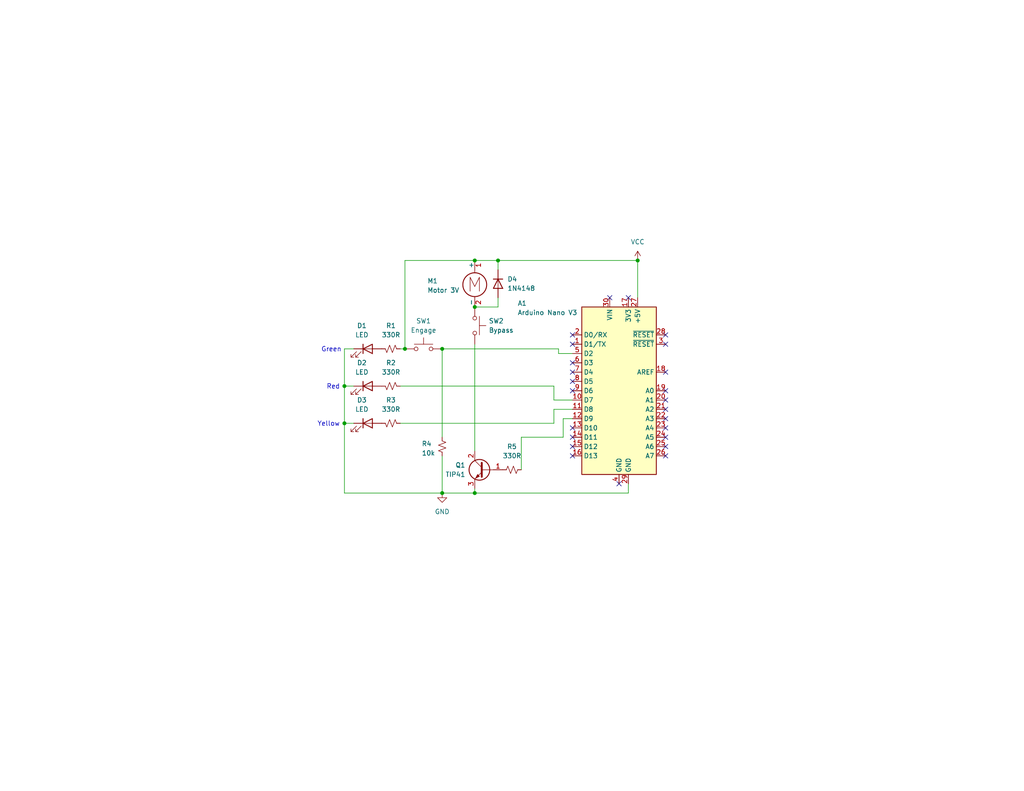
<source format=kicad_sch>
(kicad_sch (version 20250114) (generator "eeschema") (generator_version "9.0")
  (paper "USLetter")
  (title_block (title "II86") (date "2025-04-17") (rev "1") (company "Illusion Interactive"))
  (lib_symbols
    (symbol "Device:LED" (pin_numbers (hide yes)) (pin_names (offset 1.016) (hide yes))
      (property "Reference" "D" (at 0 2.54 0))
      (property "Value" "LED" (at 0 -2.54 0))
      (symbol "LED_0_1"
        (polyline (pts (xy -3.048 -0.762) (xy -4.572 -2.286) (xy -3.81 -2.286) (xy -4.572 -2.286) (xy -4.572 -1.524)))
        (polyline (pts (xy -1.778 -0.762) (xy -3.302 -2.286) (xy -2.54 -2.286) (xy -3.302 -2.286) (xy -3.302 -1.524)))
        (polyline (pts (xy -1.27 0) (xy 1.27 0)))
        (polyline (pts (xy -1.27 -1.27) (xy -1.27 1.27)) (stroke (width 0.254)))
        (polyline (pts (xy 1.27 -1.27) (xy 1.27 1.27) (xy -1.27 0) (xy 1.27 -1.27)) (stroke (width 0.254)))
      )
      (symbol "LED_1_1"
        (pin passive line (at -3.81 0 0) (length 2.54) (name "K") (number "1"))
        (pin passive line (at 3.81 0 180) (length 2.54) (name "A") (number "2"))
      )
    )
    (symbol "Device:R_Small_US" (pin_numbers (hide yes)) (pin_names (offset 0.254) (hide yes))
      (property "Reference" "R" (at 0.762 0.508 0))
      (property "Value" "R_Small_US" (at 0.762 -1.016 0))
      (symbol "R_Small_US_1_1"
        (polyline (pts (xy 0 1.524) (xy 1.016 1.143) (xy 0 0.762) (xy -1.016 0.381) (xy 0 0)))
        (polyline (pts (xy 0 0) (xy 1.016 -0.381) (xy 0 -0.762) (xy -1.016 -1.143) (xy 0 -1.524)))
        (pin passive line (at 0 2.54 270) (length 1.016) (name "~") (number "1"))
        (pin passive line (at 0 -2.54 90) (length 1.016) (name "~") (number "2"))
      )
    )
    (symbol "Diode:1N4148" (pin_numbers (hide yes)) (pin_names (hide yes))
      (property "Reference" "D" (at 0 2.54 0))
      (property "Value" "1N4148" (at 0 -2.54 0))
      (symbol "1N4148_0_1"
        (polyline (pts (xy -1.27 1.27) (xy -1.27 -1.27)) (stroke (width 0.254)))
        (polyline (pts (xy 1.27 1.27) (xy 1.27 -1.27) (xy -1.27 0) (xy 1.27 1.27)) (stroke (width 0.254)))
        (polyline (pts (xy 1.27 0) (xy -1.27 0)))
      )
      (symbol "1N4148_1_1"
        (pin passive line (at -3.81 0 0) (length 2.54) (name "K") (number "1"))
        (pin passive line (at 3.81 0 180) (length 2.54) (name "A") (number "2"))
      )
    )
    (symbol "MCU_Module:Arduino_Nano_v3.x"
      (property "Reference" "A" (at -10.16 23.495 0))
      (property "Value" "Arduino_Nano_v3.x" (at 5.08 -24.13 0))
      (symbol "Arduino_Nano_v3.x_0_1"
        (rectangle (start -10.16 22.86) (end 10.16 -22.86) (stroke (width 0.254)) (fill (type background)))
      )
      (symbol "Arduino_Nano_v3.x_1_1"
        (pin bidirectional line (at -12.7 15.24 0) (length 2.54) (name "D0/RX") (number "2"))
        (pin bidirectional line (at -12.7 12.7 0) (length 2.54) (name "D1/TX") (number "1"))
        (pin bidirectional line (at -12.7 10.16 0) (length 2.54) (name "D2") (number "5"))
        (pin bidirectional line (at -12.7 7.62 0) (length 2.54) (name "D3") (number "6"))
        (pin bidirectional line (at -12.7 5.08 0) (length 2.54) (name "D4") (number "7"))
        (pin bidirectional line (at -12.7 2.54 0) (length 2.54) (name "D5") (number "8"))
        (pin bidirectional line (at -12.7 0 0) (length 2.54) (name "D6") (number "9"))
        (pin bidirectional line (at -12.7 -2.54 0) (length 2.54) (name "D7") (number "10"))
        (pin bidirectional line (at -12.7 -5.08 0) (length 2.54) (name "D8") (number "11"))
        (pin bidirectional line (at -12.7 -7.62 0) (length 2.54) (name "D9") (number "12"))
        (pin bidirectional line (at -12.7 -10.16 0) (length 2.54) (name "D10") (number "13"))
        (pin bidirectional line (at -12.7 -12.7 0) (length 2.54) (name "D11") (number "14"))
        (pin bidirectional line (at -12.7 -15.24 0) (length 2.54) (name "D12") (number "15"))
        (pin bidirectional line (at -12.7 -17.78 0) (length 2.54) (name "D13") (number "16"))
        (pin power_in line (at -2.54 25.4 270) (length 2.54) (name "VIN") (number "30"))
        (pin power_in line (at 0 -25.4 90) (length 2.54) (name "GND") (number "4"))
        (pin power_out line (at 2.54 25.4 270) (length 2.54) (name "3V3") (number "17"))
        (pin power_in line (at 2.54 -25.4 90) (length 2.54) (name "GND") (number "29"))
        (pin power_out line (at 5.08 25.4 270) (length 2.54) (name "+5V") (number "27"))
        (pin input line (at 12.7 15.24 180) (length 2.54) (name "~{RESET}") (number "28"))
        (pin input line (at 12.7 12.7 180) (length 2.54) (name "~{RESET}") (number "3"))
        (pin input line (at 12.7 5.08 180) (length 2.54) (name "AREF") (number "18"))
        (pin bidirectional line (at 12.7 0 180) (length 2.54) (name "A0") (number "19"))
        (pin bidirectional line (at 12.7 -2.54 180) (length 2.54) (name "A1") (number "20"))
        (pin bidirectional line (at 12.7 -5.08 180) (length 2.54) (name "A2") (number "21"))
        (pin bidirectional line (at 12.7 -7.62 180) (length 2.54) (name "A3") (number "22"))
        (pin bidirectional line (at 12.7 -10.16 180) (length 2.54) (name "A4") (number "23"))
        (pin bidirectional line (at 12.7 -12.7 180) (length 2.54) (name "A5") (number "24"))
        (pin bidirectional line (at 12.7 -15.24 180) (length 2.54) (name "A6") (number "25"))
        (pin bidirectional line (at 12.7 -17.78 180) (length 2.54) (name "A7") (number "26"))
      )
    )
    (symbol "Motor:Motor_DC" (pin_names (offset 0))
      (property "Reference" "M" (at 2.54 2.54 0))
      (property "Value" "Motor_DC" (at 2.54 -5.08 0))
      (symbol "Motor_DC_0_0"
        (polyline (pts (xy -1.27 -3.302) (xy -1.27 0.508) (xy 0 -2.032) (xy 1.27 0.508) (xy 1.27 -3.302)))
      )
      (symbol "Motor_DC_0_1"
        (polyline (pts (xy 0 2.032) (xy 0 2.54)))
        (polyline (pts (xy 0 1.7272) (xy 0 2.0828)))
        (circle (center 0 -1.524) (radius 3.2512) (stroke (width 0.254)))
        (polyline (pts (xy 0 -4.7752) (xy 0 -5.1816)))
        (polyline (pts (xy 0 -7.62) (xy 0 -7.112)))
      )
      (symbol "Motor_DC_1_1"
        (pin passive line (at 0 5.08 270) (length 2.54) (name "+") (number "1"))
        (pin passive line (at 0 -7.62 90) (length 2.54) (name "-") (number "2"))
      )
    )
    (symbol "Switch:SW_Push" (pin_numbers (hide yes)) (pin_names (offset 1.016) (hide yes))
      (property "Reference" "SW" (at 1.27 2.54 0))
      (property "Value" "SW_Push" (at 0 -1.524 0))
      (symbol "SW_Push_0_1"
        (circle (center -2.032 0) (radius 0.508))
        (polyline (pts (xy 0 1.27) (xy 0 3.048)))
        (circle (center 2.032 0) (radius 0.508))
        (polyline (pts (xy 2.54 1.27) (xy -2.54 1.27)))
        (pin passive line (at -5.08 0 0) (length 2.54) (name "1") (number "1"))
        (pin passive line (at 5.08 0 180) (length 2.54) (name "2") (number "2"))
      )
    )
    (symbol "Transistor_BJT:TIP41" (pin_names (offset 0) (hide yes))
      (property "Reference" "Q" (at 6.35 1.905 0))
      (property "Value" "TIP41" (at 6.35 0 0))
      (symbol "TIP41_0_1"
        (polyline (pts (xy -2.54 0) (xy 0.635 0)))
        (polyline (pts (xy 0.635 1.905) (xy 0.635 -1.905)) (stroke (width 0.508)))
        (circle (center 1.27 0) (radius 2.8194) (stroke (width 0.254)))
      )
      (symbol "TIP41_1_1"
        (polyline (pts (xy 0.635 0.635) (xy 2.54 2.54)))
        (polyline (pts (xy 0.635 -0.635) (xy 2.54 -2.54)))
        (polyline (pts (xy 1.27 -1.778) (xy 1.778 -1.27) (xy 2.286 -2.286) (xy 1.27 -1.778)) (fill (type outline)))
        (pin input line (at -5.08 0 0) (length 2.54) (name "B") (number "1"))
        (pin passive line (at 2.54 5.08 270) (length 2.54) (name "C") (number "2"))
        (pin passive line (at 2.54 -5.08 90) (length 2.54) (name "E") (number "3"))
      )
    )
    (symbol "power:GND" (power) (pin_numbers (hide yes)) (pin_names (offset 0) (hide yes))
      (property "Value" "GND" (at 0 -3.81 0))
      (symbol "GND_0_1"
        (polyline (pts (xy 0 0) (xy 0 -1.27) (xy 1.27 -1.27) (xy 0 -2.54) (xy -1.27 -1.27) (xy 0 -1.27)))
      )
      (symbol "GND_1_1"
        (pin power_in line (at 0 0 270) (length 0) (name "~") (number "1"))
      )
    )
    (symbol "power:VCC" (power) (pin_numbers (hide yes)) (pin_names (offset 0) (hide yes))
      (property "Value" "VCC" (at 0 3.556 0))
      (symbol "VCC_0_1"
        (polyline (pts (xy -0.762 1.27) (xy 0 2.54)))
        (polyline (pts (xy 0 2.54) (xy 0.762 1.27)))
        (polyline (pts (xy 0 0) (xy 0 2.54)))
      )
      (symbol "VCC_1_1"
        (pin power_in line (at 0 0 90) (length 0) (name "~") (number "1"))
      )
    )
  )
  (text "Green" (at 90.424 95.504 0) (effects (font (size 1.27 1.27))))
  (text "Red" (at 90.932 105.664 0) (effects (font (size 1.27 1.27))))
  (text "Yellow" (at 89.662 115.824 0) (effects (font (size 1.27 1.27))))
  (junction (at 135.89 71.12))
  (junction (at 173.99 71.12))
  (junction (at 120.65 95.25))
  (junction (at 110.49 95.25))
  (junction (at 120.65 134.62))
  (junction (at 93.98 115.57))
  (junction (at 129.54 83.82))
  (junction (at 129.54 134.62))
  (junction (at 129.54 71.12))
  (junction (at 93.98 105.41))
  (no_connect (at 156.21 91.44))
  (no_connect (at 181.61 101.6))
  (no_connect (at 181.61 114.3))
  (no_connect (at 156.21 119.38))
  (no_connect (at 171.45 81.28))
  (no_connect (at 181.61 121.92))
  (no_connect (at 181.61 119.38))
  (no_connect (at 181.61 124.46))
  (no_connect (at 156.21 104.14))
  (no_connect (at 181.61 106.68))
  (no_connect (at 168.91 132.08))
  (no_connect (at 181.61 93.98))
  (no_connect (at 181.61 109.22))
  (no_connect (at 166.37 81.28))
  (no_connect (at 156.21 93.98))
  (no_connect (at 181.61 116.84))
  (no_connect (at 156.21 121.92))
  (no_connect (at 156.21 124.46))
  (no_connect (at 156.21 116.84))
  (no_connect (at 156.21 99.06))
  (no_connect (at 156.21 101.6))
  (no_connect (at 181.61 111.76))
  (no_connect (at 181.61 91.44))
  (no_connect (at 156.21 106.68))
  (wire (pts (xy 120.65 95.25) (xy 120.65 119.38)))
  (wire (pts (xy 93.98 115.57) (xy 96.52 115.57)))
  (wire (pts (xy 109.22 115.57) (xy 151.13 115.57)))
  (wire (pts (xy 142.24 119.38) (xy 153.67 119.38)))
  (wire (pts (xy 156.21 96.52) (xy 152.4 96.52)))
  (wire (pts (xy 110.49 95.25) (xy 109.22 95.25)))
  (wire (pts (xy 120.65 134.62) (xy 129.54 134.62)))
  (wire (pts (xy 93.98 105.41) (xy 93.98 115.57)))
  (wire (pts (xy 120.65 95.25) (xy 152.4 95.25)))
  (wire (pts (xy 110.49 95.25) (xy 110.49 71.12)))
  (wire (pts (xy 135.89 73.66) (xy 135.89 71.12)))
  (wire (pts (xy 129.54 93.98) (xy 129.54 123.19)))
  (wire (pts (xy 93.98 105.41) (xy 96.52 105.41)))
  (wire (pts (xy 93.98 95.25) (xy 96.52 95.25)))
  (wire (pts (xy 153.67 114.3) (xy 156.21 114.3)))
  (wire (pts (xy 120.65 124.46) (xy 120.65 134.62)))
  (wire (pts (xy 129.54 134.62) (xy 129.54 133.35)))
  (wire (pts (xy 93.98 95.25) (xy 93.98 105.41)))
  (wire (pts (xy 151.13 115.57) (xy 151.13 111.76)))
  (wire (pts (xy 151.13 111.76) (xy 156.21 111.76)))
  (wire (pts (xy 135.89 71.12) (xy 173.99 71.12)))
  (wire (pts (xy 93.98 134.62) (xy 120.65 134.62)))
  (wire (pts (xy 173.99 71.12) (xy 173.99 81.28)))
  (wire (pts (xy 171.45 134.62) (xy 129.54 134.62)))
  (wire (pts (xy 142.24 128.27) (xy 142.24 119.38)))
  (wire (pts (xy 135.89 83.82) (xy 129.54 83.82)))
  (wire (pts (xy 129.54 71.12) (xy 135.89 71.12)))
  (wire (pts (xy 109.22 105.41) (xy 151.13 105.41)))
  (wire (pts (xy 152.4 96.52) (xy 152.4 95.25)))
  (wire (pts (xy 151.13 105.41) (xy 151.13 109.22)))
  (wire (pts (xy 110.49 71.12) (xy 129.54 71.12)))
  (wire (pts (xy 171.45 132.08) (xy 171.45 134.62)))
  (wire (pts (xy 93.98 115.57) (xy 93.98 134.62)))
  (wire (pts (xy 153.67 119.38) (xy 153.67 114.3)))
  (wire (pts (xy 135.89 81.28) (xy 135.89 83.82)))
  (wire (pts (xy 151.13 109.22) (xy 156.21 109.22)))
  (symbol (lib_id "Device:R_Small_US") (at 106.68 105.41 270) (mirror x) (unit 1)
    (property "Reference" "R2" (at 106.68 99.06 90))
    (property "Value" "330R" (at 106.68 101.6 90))
    (property "Description" "Resistor, small US symbol" (effects (hide yes)))
  )
  (symbol (lib_id "Device:R_Small_US") (at 106.68 115.57 270) (mirror x) (unit 1)
    (property "Reference" "R3" (at 106.68 109.22 90))
    (property "Value" "330R" (at 106.68 111.76 90))
    (property "Description" "Resistor, small US symbol" (effects (hide yes)))
  )
  (symbol (lib_id "Transistor_BJT:TIP41") (at 132.08 128.27 0) (mirror y) (unit 1)
    (property "Reference" "Q1" (at 127 126.9999 0) (effects (justify left)))
    (property "Value" "TIP41" (at 127 129.5399 0) (effects (justify left)))
    (property "Footprint" "Package_TO_SOT_THT:TO-220-3_Vertical" (effects (hide yes)))
    (property "Datasheet" "https://www.centralsemi.com/get_document.php?cmp=1&mergetype=pd&mergepath=pd&pdf_id=tip41.PDF" (effects (hide yes)))
    (property "Description" "6A Ic, 40V Vce, Power NPN Transistor, TO-220" (effects (hide yes)))
  )
  (symbol (lib_id "power:VCC") (at 173.99 71.12 0) (unit 1)
    (property "Reference" "#PWR03" (effects (hide yes)))
    (property "Value" "VCC" (at 173.99 66.04 0))
    (property "Description" "Power symbol creates a global label with name \"VCC\"" (effects (hide yes)))
  )
  (symbol (lib_id "Motor:Motor_DC") (at 129.54 76.2 0) (unit 1)
    (property "Reference" "M1" (at 116.586 76.708 0) (effects (justify left)))
    (property "Value" "Motor 3V" (at 116.586 79.248 0) (effects (justify left)))
    (property "Description" "DC Motor" (effects (hide yes)))
  )
  (symbol (lib_id "Device:LED") (at 100.33 95.25 0) (unit 1)
    (property "Reference" "D1" (at 98.7425 88.9 0))
    (property "Value" "LED" (at 98.7425 91.44 0))
    (property "Description" "Light emitting diode" (effects (hide yes)))
    (property "Sim.Pins" "1=K 2=A" (effects (hide yes)))
  )
  (symbol (lib_id "Device:R_Small_US") (at 139.7 128.27 90) (unit 1)
    (property "Reference" "R5" (at 139.7 121.92 90))
    (property "Value" "330R" (at 139.7 124.46 90))
    (property "Description" "Resistor, small US symbol" (effects (hide yes)))
  )
  (symbol (lib_id "Switch:SW_Push") (at 129.54 88.9 270) (unit 1)
    (property "Reference" "SW2" (at 133.35 87.6299 90) (effects (justify left)))
    (property "Value" "Bypass" (at 133.35 90.1699 90) (effects (justify left)))
    (property "Description" "Push button switch, generic, two pins" (effects (hide yes)))
  )
  (symbol (lib_id "Device:LED") (at 100.33 115.57 0) (unit 1)
    (property "Reference" "D3" (at 98.7425 109.22 0))
    (property "Value" "LED" (at 98.7425 111.76 0))
    (property "Description" "Light emitting diode" (effects (hide yes)))
    (property "Sim.Pins" "1=K 2=A" (effects (hide yes)))
  )
  (symbol (lib_id "Device:LED") (at 100.33 105.41 0) (unit 1)
    (property "Reference" "D2" (at 98.7425 99.06 0))
    (property "Value" "LED" (at 98.7425 101.6 0))
    (property "Description" "Light emitting diode" (effects (hide yes)))
    (property "Sim.Pins" "1=K 2=A" (effects (hide yes)))
  )
  (symbol (lib_id "Switch:SW_Push") (at 115.57 95.25 0) (unit 1)
    (property "Reference" "SW1" (at 115.57 87.63 0))
    (property "Value" "Engage" (at 115.57 90.17 0))
    (property "Description" "Push button switch, generic, two pins" (effects (hide yes)))
  )
  (symbol (lib_id "power:GND") (at 120.65 134.62 0) (unit 1)
    (property "Reference" "#PWR02" (effects (hide yes)))
    (property "Value" "GND" (at 120.65 139.7 0))
    (property "Description" "Power symbol creates a global label with name \"GND\" , ground" (effects (hide yes)))
  )
  (symbol (lib_id "Diode:1N4148") (at 135.89 77.47 270) (unit 1)
    (property "Reference" "D4" (at 138.43 76.1999 90) (effects (justify left)))
    (property "Value" "1N4148" (at 138.43 78.7399 90) (effects (justify left)))
    (property "Footprint" "Diode_THT:D_DO-35_SOD27_P7.62mm_Horizontal" (effects (hide yes)))
    (property "Datasheet" "https://assets.nexperia.com/documents/data-sheet/1N4148_1N4448.pdf" (effects (hide yes)))
    (property "Description" "100V 0.15A standard switching diode, DO-35" (effects (hide yes)))
    (property "Sim.Device" "D" (effects (hide yes)))
    (property "Sim.Pins" "1=K 2=A" (effects (hide yes)))
  )
  (symbol (lib_id "MCU_Module:Arduino_Nano_v3.x") (at 168.91 106.68 0) (unit 1)
    (property "Reference" "A1" (at 141.224 82.804 0) (effects (justify left)))
    (property "Value" "Arduino Nano V3" (at 141.224 85.344 0) (effects (justify left)))
    (property "Footprint" "Module:Arduino_Nano" (effects (hide yes)))
    (property "Datasheet" "http://www.mouser.com/pdfdocs/Gravitech_Arduino_Nano3_0.pdf" (effects (hide yes)))
    (property "Description" "Arduino Nano v3.x" (effects (hide yes)))
  )
  (symbol (lib_id "Device:R_Small_US") (at 106.68 95.25 270) (mirror x) (unit 1)
    (property "Reference" "R1" (at 106.68 88.9 90))
    (property "Value" "330R" (at 106.68 91.44 90))
    (property "Description" "Resistor, small US symbol" (effects (hide yes)))
  )
  (symbol (lib_id "Device:R_Small_US") (at 120.65 121.92 0) (unit 1)
    (property "Reference" "R4" (at 115.062 121.158 0) (effects (justify left)))
    (property "Value" "10k" (at 115.062 123.698 0) (effects (justify left)))
    (property "Description" "Resistor, small US symbol" (effects (hide yes)))
  )
)
</source>
